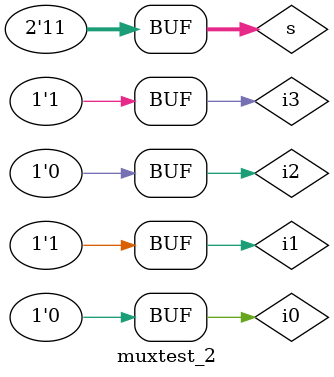
<source format=v>
`timescale 1ns / 1ps


module muxtest_2;

	// Inputs
	reg [1:0] s;
	reg i0;
	reg i1;
	reg i2;
	reg i3;

	// Outputs
	wire o;

	// Instantiate the Unit Under Test (UUT)
	four_mux_2 uut (
		.o(o), 
		.s(s), 
		.i0(i0), 
		.i1(i1), 
		.i2(i2), 
		.i3(i3)
	);

	initial begin
		// Initialize Inputs
		i0 = 0;
		i1 = 1;
		i2 = 0;
		i3 = 1;
		s=0;
		// Wait 100 ns for global reset to finish
		#100;
      i0 = 0;
		i1 = 1;
		i2 = 0;
		i3 = 1;
		s=1;
		// Wait 100 ns for global reset to finish
		#100;
      i0 = 0;
		i1 = 1;
		i2 = 0;
		i3 = 1;
		s=2;
		// Wait 100 ns for global reset to finish
		#100;
      i0 = 0;
		i1 = 1;
		i2 = 0;
		i3 = 1;
		s=3;
	end
      
endmodule


</source>
